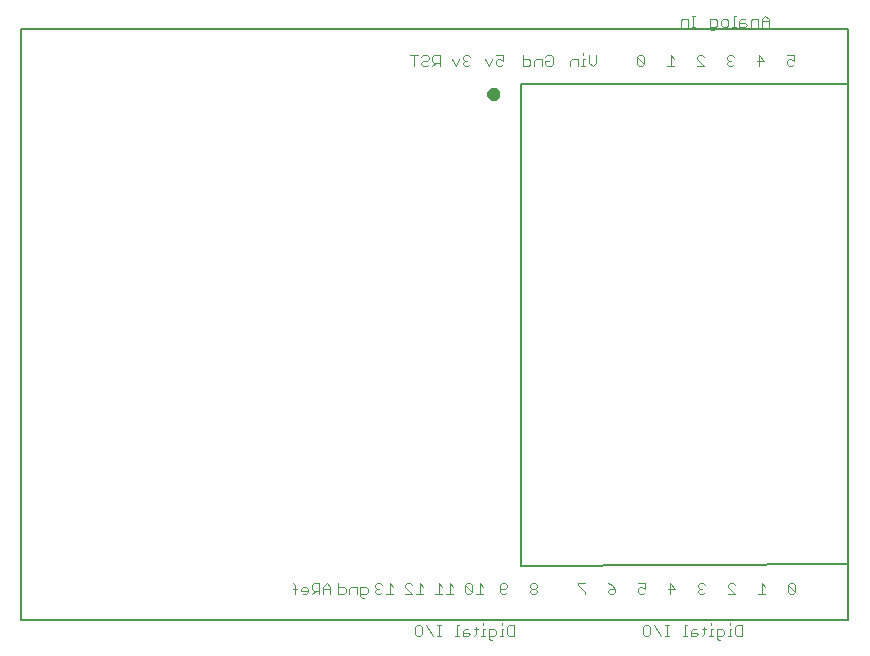
<source format=gbr>
G04 EAGLE Gerber RS-274X export*
G75*
%MOMM*%
%FSLAX34Y34*%
%LPD*%
%INSilkscreen Bottom*%
%IPPOS*%
%AMOC8*
5,1,8,0,0,1.08239X$1,22.5*%
G01*
%ADD10C,0.076200*%
%ADD11C,0.127000*%
%ADD12C,0.609600*%


D10*
X355244Y485521D02*
X355244Y494927D01*
X350541Y494927D01*
X348973Y493359D01*
X348973Y490224D01*
X350541Y488656D01*
X355244Y488656D01*
X352108Y488656D02*
X348973Y485521D01*
X339618Y493359D02*
X341185Y494927D01*
X344321Y494927D01*
X345888Y493359D01*
X345888Y491792D01*
X344321Y490224D01*
X341185Y490224D01*
X339618Y488656D01*
X339618Y487089D01*
X341185Y485521D01*
X344321Y485521D01*
X345888Y487089D01*
X333398Y485521D02*
X333398Y494927D01*
X336533Y494927D02*
X330263Y494927D01*
X379525Y494927D02*
X381092Y493359D01*
X379525Y494927D02*
X376389Y494927D01*
X374822Y493359D01*
X374822Y491792D01*
X376389Y490224D01*
X377957Y490224D01*
X376389Y490224D02*
X374822Y488656D01*
X374822Y487089D01*
X376389Y485521D01*
X379525Y485521D01*
X381092Y487089D01*
X371737Y491792D02*
X368602Y485521D01*
X365467Y491792D01*
X402762Y494927D02*
X409032Y494927D01*
X409032Y490224D01*
X405897Y491792D01*
X404329Y491792D01*
X402762Y490224D01*
X402762Y487089D01*
X404329Y485521D01*
X407465Y485521D01*
X409032Y487089D01*
X399677Y491792D02*
X396542Y485521D01*
X393407Y491792D01*
X444425Y493359D02*
X445993Y494927D01*
X449128Y494927D01*
X450696Y493359D01*
X450696Y487089D01*
X449128Y485521D01*
X445993Y485521D01*
X444425Y487089D01*
X444425Y490224D01*
X447560Y490224D01*
X441340Y491792D02*
X441340Y485521D01*
X441340Y491792D02*
X436637Y491792D01*
X435070Y490224D01*
X435070Y485521D01*
X425715Y485521D02*
X425715Y494927D01*
X425715Y485521D02*
X430418Y485521D01*
X431985Y487089D01*
X431985Y490224D01*
X430418Y491792D01*
X425715Y491792D01*
X487659Y494927D02*
X487659Y488656D01*
X484524Y485521D01*
X481389Y488656D01*
X481389Y494927D01*
X478304Y491792D02*
X476736Y491792D01*
X476736Y485521D01*
X475169Y485521D02*
X478304Y485521D01*
X476736Y494927D02*
X476736Y496495D01*
X472067Y491792D02*
X472067Y485521D01*
X472067Y491792D02*
X467364Y491792D01*
X465797Y490224D01*
X465797Y485521D01*
X633940Y518998D02*
X633940Y525269D01*
X630805Y528404D01*
X627669Y525269D01*
X627669Y518998D01*
X627669Y523701D02*
X633940Y523701D01*
X624585Y525269D02*
X624585Y518998D01*
X624585Y525269D02*
X619882Y525269D01*
X618314Y523701D01*
X618314Y518998D01*
X613662Y525269D02*
X610527Y525269D01*
X608959Y523701D01*
X608959Y518998D01*
X613662Y518998D01*
X615230Y520566D01*
X613662Y522133D01*
X608959Y522133D01*
X605874Y528404D02*
X604307Y528404D01*
X604307Y518998D01*
X605874Y518998D02*
X602739Y518998D01*
X598070Y518998D02*
X594935Y518998D01*
X593367Y520566D01*
X593367Y523701D01*
X594935Y525269D01*
X598070Y525269D01*
X599638Y523701D01*
X599638Y520566D01*
X598070Y518998D01*
X587147Y515863D02*
X585579Y515863D01*
X584012Y517430D01*
X584012Y525269D01*
X588715Y525269D01*
X590282Y523701D01*
X590282Y520566D01*
X588715Y518998D01*
X584012Y518998D01*
X571572Y518998D02*
X568437Y518998D01*
X570004Y518998D02*
X570004Y528404D01*
X568437Y528404D02*
X571572Y528404D01*
X565335Y525269D02*
X565335Y518998D01*
X565335Y525269D02*
X560632Y525269D01*
X559065Y523701D01*
X559065Y518998D01*
X528404Y493359D02*
X528404Y487089D01*
X528404Y493359D02*
X526837Y494927D01*
X523701Y494927D01*
X522134Y493359D01*
X522134Y487089D01*
X523701Y485521D01*
X526837Y485521D01*
X528404Y487089D01*
X522134Y493359D01*
X550669Y494927D02*
X553804Y491792D01*
X550669Y494927D02*
X550669Y485521D01*
X553804Y485521D02*
X547534Y485521D01*
X572934Y485521D02*
X579204Y485521D01*
X572934Y491792D01*
X572934Y493359D01*
X574501Y494927D01*
X577637Y494927D01*
X579204Y493359D01*
X603037Y494927D02*
X604604Y493359D01*
X603037Y494927D02*
X599901Y494927D01*
X598334Y493359D01*
X598334Y491792D01*
X599901Y490224D01*
X601469Y490224D01*
X599901Y490224D02*
X598334Y488656D01*
X598334Y487089D01*
X599901Y485521D01*
X603037Y485521D01*
X604604Y487089D01*
X625301Y485521D02*
X625301Y494927D01*
X630004Y490224D01*
X623734Y490224D01*
X649134Y494927D02*
X655404Y494927D01*
X655404Y490224D01*
X652269Y491792D01*
X650701Y491792D01*
X649134Y490224D01*
X649134Y487089D01*
X650701Y485521D01*
X653837Y485521D01*
X655404Y487089D01*
X262509Y44752D02*
X262509Y38481D01*
X262509Y44752D02*
X259374Y47887D01*
X256238Y44752D01*
X256238Y38481D01*
X256238Y43184D02*
X262509Y43184D01*
X253154Y38481D02*
X253154Y47887D01*
X248451Y47887D01*
X246883Y46319D01*
X246883Y43184D01*
X248451Y41616D01*
X253154Y41616D01*
X250018Y41616D02*
X246883Y38481D01*
X242231Y38481D02*
X239096Y38481D01*
X242231Y38481D02*
X243799Y40049D01*
X243799Y43184D01*
X242231Y44752D01*
X239096Y44752D01*
X237528Y43184D01*
X237528Y41616D01*
X243799Y41616D01*
X232876Y38481D02*
X232876Y46319D01*
X231308Y47887D01*
X231308Y43184D02*
X234443Y43184D01*
X289556Y35346D02*
X291124Y35346D01*
X289556Y35346D02*
X287988Y36913D01*
X287988Y44752D01*
X292691Y44752D01*
X294259Y43184D01*
X294259Y40049D01*
X292691Y38481D01*
X287988Y38481D01*
X284904Y38481D02*
X284904Y44752D01*
X280201Y44752D01*
X278633Y43184D01*
X278633Y38481D01*
X269278Y38481D02*
X269278Y47887D01*
X269278Y38481D02*
X273981Y38481D01*
X275549Y40049D01*
X275549Y43184D01*
X273981Y44752D01*
X269278Y44752D01*
X312714Y47887D02*
X315849Y44752D01*
X312714Y47887D02*
X312714Y38481D01*
X315849Y38481D02*
X309578Y38481D01*
X306494Y46319D02*
X304926Y47887D01*
X301791Y47887D01*
X300223Y46319D01*
X300223Y44752D01*
X301791Y43184D01*
X303358Y43184D01*
X301791Y43184D02*
X300223Y41616D01*
X300223Y40049D01*
X301791Y38481D01*
X304926Y38481D01*
X306494Y40049D01*
X338114Y47887D02*
X341249Y44752D01*
X338114Y47887D02*
X338114Y38481D01*
X341249Y38481D02*
X334978Y38481D01*
X331894Y38481D02*
X325623Y38481D01*
X331894Y38481D02*
X325623Y44752D01*
X325623Y46319D01*
X327191Y47887D01*
X330326Y47887D01*
X331894Y46319D01*
X363514Y47887D02*
X366649Y44752D01*
X363514Y47887D02*
X363514Y38481D01*
X366649Y38481D02*
X360378Y38481D01*
X357294Y44752D02*
X354158Y47887D01*
X354158Y38481D01*
X351023Y38481D02*
X357294Y38481D01*
X388914Y47887D02*
X392049Y44752D01*
X388914Y47887D02*
X388914Y38481D01*
X392049Y38481D02*
X385778Y38481D01*
X382694Y40049D02*
X382694Y46319D01*
X381126Y47887D01*
X377991Y47887D01*
X376423Y46319D01*
X376423Y40049D01*
X377991Y38481D01*
X381126Y38481D01*
X382694Y40049D01*
X376423Y46319D01*
X410801Y38481D02*
X412369Y40049D01*
X410801Y38481D02*
X407666Y38481D01*
X406098Y40049D01*
X406098Y46319D01*
X407666Y47887D01*
X410801Y47887D01*
X412369Y46319D01*
X412369Y44752D01*
X410801Y43184D01*
X406098Y43184D01*
X436201Y47887D02*
X437769Y46319D01*
X436201Y47887D02*
X433066Y47887D01*
X431498Y46319D01*
X431498Y44752D01*
X433066Y43184D01*
X431498Y41616D01*
X431498Y40049D01*
X433066Y38481D01*
X436201Y38481D01*
X437769Y40049D01*
X437769Y41616D01*
X436201Y43184D01*
X437769Y44752D01*
X437769Y46319D01*
X436201Y43184D02*
X433066Y43184D01*
X472138Y47887D02*
X478409Y47887D01*
X472138Y47887D02*
X472138Y46319D01*
X478409Y40049D01*
X478409Y38481D01*
X497538Y47887D02*
X500674Y46319D01*
X503809Y43184D01*
X503809Y40049D01*
X502241Y38481D01*
X499106Y38481D01*
X497538Y40049D01*
X497538Y41616D01*
X499106Y43184D01*
X503809Y43184D01*
X522938Y47887D02*
X529209Y47887D01*
X529209Y43184D01*
X526074Y44752D01*
X524506Y44752D01*
X522938Y43184D01*
X522938Y40049D01*
X524506Y38481D01*
X527641Y38481D01*
X529209Y40049D01*
X549906Y38481D02*
X549906Y47887D01*
X554609Y43184D01*
X548338Y43184D01*
X578441Y47887D02*
X580009Y46319D01*
X578441Y47887D02*
X575306Y47887D01*
X573738Y46319D01*
X573738Y44752D01*
X575306Y43184D01*
X576874Y43184D01*
X575306Y43184D02*
X573738Y41616D01*
X573738Y40049D01*
X575306Y38481D01*
X578441Y38481D01*
X580009Y40049D01*
X599138Y38481D02*
X605409Y38481D01*
X599138Y44752D01*
X599138Y46319D01*
X600706Y47887D01*
X603841Y47887D01*
X605409Y46319D01*
X627674Y47887D02*
X630809Y44752D01*
X627674Y47887D02*
X627674Y38481D01*
X630809Y38481D02*
X624538Y38481D01*
X656209Y40049D02*
X656209Y46319D01*
X654641Y47887D01*
X651506Y47887D01*
X649938Y46319D01*
X649938Y40049D01*
X651506Y38481D01*
X654641Y38481D01*
X656209Y40049D01*
X649938Y46319D01*
X418404Y12327D02*
X418404Y2921D01*
X413701Y2921D01*
X412133Y4489D01*
X412133Y10759D01*
X413701Y12327D01*
X418404Y12327D01*
X409049Y9192D02*
X407481Y9192D01*
X407481Y2921D01*
X405914Y2921D02*
X409049Y2921D01*
X407481Y12327D02*
X407481Y13895D01*
X399677Y-214D02*
X398109Y-214D01*
X396542Y1353D01*
X396542Y9192D01*
X401245Y9192D01*
X402812Y7624D01*
X402812Y4489D01*
X401245Y2921D01*
X396542Y2921D01*
X393457Y9192D02*
X391889Y9192D01*
X391889Y2921D01*
X390322Y2921D02*
X393457Y2921D01*
X391889Y12327D02*
X391889Y13895D01*
X385653Y10759D02*
X385653Y4489D01*
X384085Y2921D01*
X384085Y9192D02*
X387220Y9192D01*
X379416Y9192D02*
X376280Y9192D01*
X374713Y7624D01*
X374713Y2921D01*
X379416Y2921D01*
X380983Y4489D01*
X379416Y6056D01*
X374713Y6056D01*
X371628Y12327D02*
X370061Y12327D01*
X370061Y2921D01*
X371628Y2921D02*
X368493Y2921D01*
X356036Y2921D02*
X352901Y2921D01*
X354469Y2921D02*
X354469Y12327D01*
X356036Y12327D02*
X352901Y12327D01*
X343529Y12327D02*
X349800Y2921D01*
X338877Y12327D02*
X335741Y12327D01*
X338877Y12327D02*
X340444Y10759D01*
X340444Y4489D01*
X338877Y2921D01*
X335741Y2921D01*
X334174Y4489D01*
X334174Y10759D01*
X335741Y12327D01*
X611444Y12327D02*
X611444Y2921D01*
X606741Y2921D01*
X605173Y4489D01*
X605173Y10759D01*
X606741Y12327D01*
X611444Y12327D01*
X602089Y9192D02*
X600521Y9192D01*
X600521Y2921D01*
X598954Y2921D02*
X602089Y2921D01*
X600521Y12327D02*
X600521Y13895D01*
X592717Y-214D02*
X591149Y-214D01*
X589582Y1353D01*
X589582Y9192D01*
X594285Y9192D01*
X595852Y7624D01*
X595852Y4489D01*
X594285Y2921D01*
X589582Y2921D01*
X586497Y9192D02*
X584929Y9192D01*
X584929Y2921D01*
X583362Y2921D02*
X586497Y2921D01*
X584929Y12327D02*
X584929Y13895D01*
X578693Y10759D02*
X578693Y4489D01*
X577125Y2921D01*
X577125Y9192D02*
X580260Y9192D01*
X572456Y9192D02*
X569320Y9192D01*
X567753Y7624D01*
X567753Y2921D01*
X572456Y2921D01*
X574023Y4489D01*
X572456Y6056D01*
X567753Y6056D01*
X564668Y12327D02*
X563101Y12327D01*
X563101Y2921D01*
X564668Y2921D02*
X561533Y2921D01*
X549076Y2921D02*
X545941Y2921D01*
X547509Y2921D02*
X547509Y12327D01*
X549076Y12327D02*
X545941Y12327D01*
X536569Y12327D02*
X542840Y2921D01*
X531917Y12327D02*
X528781Y12327D01*
X531917Y12327D02*
X533484Y10759D01*
X533484Y4489D01*
X531917Y2921D01*
X528781Y2921D01*
X527214Y4489D01*
X527214Y10759D01*
X528781Y12327D01*
D11*
X424180Y470700D02*
X701040Y470700D01*
X701040Y63700D02*
X424180Y62700D01*
X1040Y16700D02*
X1040Y516700D01*
X1040Y16700D02*
X701040Y16700D01*
X701040Y63700D01*
X701040Y470700D01*
X701040Y516700D01*
X1040Y516700D01*
X424180Y470700D02*
X424180Y62700D01*
D12*
X397960Y462040D02*
X397962Y462140D01*
X397968Y462241D01*
X397978Y462340D01*
X397992Y462440D01*
X398009Y462539D01*
X398031Y462637D01*
X398057Y462734D01*
X398086Y462830D01*
X398119Y462924D01*
X398156Y463018D01*
X398196Y463110D01*
X398240Y463200D01*
X398288Y463288D01*
X398339Y463375D01*
X398393Y463459D01*
X398451Y463541D01*
X398512Y463621D01*
X398576Y463698D01*
X398643Y463773D01*
X398713Y463845D01*
X398786Y463914D01*
X398861Y463980D01*
X398939Y464044D01*
X399019Y464104D01*
X399102Y464161D01*
X399187Y464214D01*
X399274Y464264D01*
X399363Y464311D01*
X399453Y464354D01*
X399545Y464394D01*
X399639Y464430D01*
X399734Y464462D01*
X399830Y464490D01*
X399928Y464515D01*
X400026Y464535D01*
X400125Y464552D01*
X400225Y464565D01*
X400324Y464574D01*
X400425Y464579D01*
X400525Y464580D01*
X400625Y464577D01*
X400726Y464570D01*
X400825Y464559D01*
X400925Y464544D01*
X401023Y464526D01*
X401121Y464503D01*
X401218Y464476D01*
X401313Y464446D01*
X401408Y464412D01*
X401501Y464374D01*
X401592Y464333D01*
X401682Y464288D01*
X401770Y464240D01*
X401856Y464188D01*
X401940Y464133D01*
X402021Y464074D01*
X402100Y464012D01*
X402177Y463948D01*
X402251Y463880D01*
X402322Y463809D01*
X402391Y463736D01*
X402456Y463660D01*
X402519Y463581D01*
X402578Y463500D01*
X402634Y463417D01*
X402687Y463332D01*
X402736Y463244D01*
X402782Y463155D01*
X402824Y463064D01*
X402863Y462971D01*
X402898Y462877D01*
X402929Y462782D01*
X402957Y462685D01*
X402980Y462588D01*
X403000Y462489D01*
X403016Y462390D01*
X403028Y462291D01*
X403036Y462190D01*
X403040Y462090D01*
X403040Y461990D01*
X403036Y461890D01*
X403028Y461789D01*
X403016Y461690D01*
X403000Y461591D01*
X402980Y461492D01*
X402957Y461395D01*
X402929Y461298D01*
X402898Y461203D01*
X402863Y461109D01*
X402824Y461016D01*
X402782Y460925D01*
X402736Y460836D01*
X402687Y460748D01*
X402634Y460663D01*
X402578Y460580D01*
X402519Y460499D01*
X402456Y460420D01*
X402391Y460344D01*
X402322Y460271D01*
X402251Y460200D01*
X402177Y460132D01*
X402100Y460068D01*
X402021Y460006D01*
X401940Y459947D01*
X401856Y459892D01*
X401770Y459840D01*
X401682Y459792D01*
X401592Y459747D01*
X401501Y459706D01*
X401408Y459668D01*
X401313Y459634D01*
X401218Y459604D01*
X401121Y459577D01*
X401023Y459554D01*
X400925Y459536D01*
X400825Y459521D01*
X400726Y459510D01*
X400625Y459503D01*
X400525Y459500D01*
X400425Y459501D01*
X400324Y459506D01*
X400225Y459515D01*
X400125Y459528D01*
X400026Y459545D01*
X399928Y459565D01*
X399830Y459590D01*
X399734Y459618D01*
X399639Y459650D01*
X399545Y459686D01*
X399453Y459726D01*
X399363Y459769D01*
X399274Y459816D01*
X399187Y459866D01*
X399102Y459919D01*
X399019Y459976D01*
X398939Y460036D01*
X398861Y460100D01*
X398786Y460166D01*
X398713Y460235D01*
X398643Y460307D01*
X398576Y460382D01*
X398512Y460459D01*
X398451Y460539D01*
X398393Y460621D01*
X398339Y460705D01*
X398288Y460792D01*
X398240Y460880D01*
X398196Y460970D01*
X398156Y461062D01*
X398119Y461156D01*
X398086Y461250D01*
X398057Y461346D01*
X398031Y461443D01*
X398009Y461541D01*
X397992Y461640D01*
X397978Y461740D01*
X397968Y461839D01*
X397962Y461940D01*
X397960Y462040D01*
M02*

</source>
